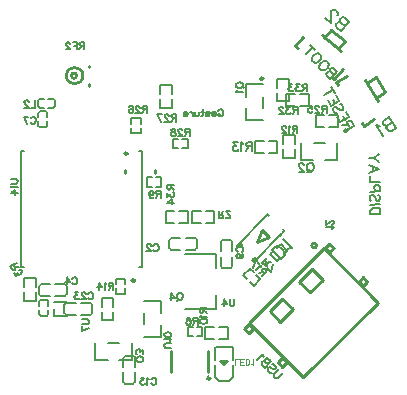
<source format=gbo>
G04 Layer: BottomSilkscreenLayer*
G04 EasyEDA v6.5.22, 2023-02-04 18:08:32*
G04 803b958340a141a7ad8343e076188523,c17a8ced473b4d519dda31697e0e54b6,10*
G04 Gerber Generator version 0.2*
G04 Scale: 100 percent, Rotated: No, Reflected: No *
G04 Dimensions in inches *
G04 leading zeros omitted , absolute positions ,3 integer and 6 decimal *
%FSLAX36Y36*%
%MOIN*%

%ADD10C,0.0060*%
%ADD11C,0.0050*%
%ADD12C,0.0039*%
%ADD13C,0.0100*%
%ADD14C,0.0059*%
%ADD15C,0.0060*%
%ADD16C,0.0098*%
%ADD17C,0.0111*%

%LPD*%
D10*
X513073Y446773D02*
G01*
X489449Y423149D01*
X513073Y446773D02*
G01*
X502948Y456897D01*
X498449Y459148D01*
X496199Y459148D01*
X492825Y458022D01*
X490574Y455772D01*
X489449Y452397D01*
X489449Y450148D01*
X491700Y445648D01*
X501823Y435523D02*
G01*
X491700Y445648D01*
X487200Y447898D01*
X484949Y447898D01*
X481575Y446773D01*
X478200Y443398D01*
X477075Y440023D01*
X477075Y437773D01*
X479324Y433273D01*
X489449Y423149D01*
X483149Y476696D02*
G01*
X484274Y473321D01*
X484274Y468822D01*
X483149Y465447D01*
X480900Y460947D01*
X475276Y455322D01*
X470775Y453072D01*
X467400Y451947D01*
X462901Y451947D01*
X459525Y453072D01*
X455027Y457572D01*
X453901Y460947D01*
X453901Y465447D01*
X455027Y468822D01*
X457277Y473321D01*
X462901Y478946D01*
X467400Y481196D01*
X470775Y482321D01*
X475276Y482321D01*
X478649Y481196D01*
X483149Y476696D01*
X457727Y502120D02*
G01*
X458851Y498745D01*
X458851Y494245D01*
X457727Y490870D01*
X455477Y486371D01*
X449852Y480746D01*
X445352Y478496D01*
X441976Y477371D01*
X437478Y477371D01*
X434103Y478496D01*
X429602Y482996D01*
X428478Y486371D01*
X428478Y490870D01*
X429602Y494245D01*
X431853Y498745D01*
X437478Y504370D01*
X441976Y506621D01*
X445352Y507745D01*
X449852Y507745D01*
X453226Y506621D01*
X457727Y502120D01*
X431177Y528669D02*
G01*
X407554Y505045D01*
X439053Y520794D02*
G01*
X423302Y536543D01*
X568337Y266810D02*
G01*
X539404Y250106D01*
X568337Y266810D02*
G01*
X561177Y279210D01*
X557413Y282548D01*
X555240Y283130D01*
X551689Y282917D01*
X548933Y281326D01*
X546974Y278357D01*
X546391Y276184D01*
X547400Y271255D01*
X554560Y258856D01*
X548991Y268500D02*
G01*
X528267Y269394D01*
X551950Y295192D02*
G01*
X523018Y278488D01*
X551950Y295192D02*
G01*
X541610Y313103D01*
X538172Y287238D02*
G01*
X531810Y298260D01*
X523018Y278488D02*
G01*
X512677Y296399D01*
X521090Y339099D02*
G01*
X525437Y337934D01*
X529201Y334596D01*
X532382Y329085D01*
X533391Y324157D01*
X532227Y319810D01*
X529471Y318219D01*
X525919Y318006D01*
X523747Y318588D01*
X520778Y320548D01*
X513249Y327224D01*
X510281Y329184D01*
X508108Y329766D01*
X504557Y329553D01*
X500424Y327167D01*
X499259Y322820D01*
X500267Y317892D01*
X503450Y312381D01*
X507214Y309043D01*
X511559Y307878D01*
X519974Y350578D02*
G01*
X491041Y333874D01*
X519974Y350578D02*
G01*
X509633Y368489D01*
X506195Y342624D02*
G01*
X499831Y353646D01*
X491041Y333874D02*
G01*
X480699Y351785D01*
X498815Y387228D02*
G01*
X469881Y370522D01*
X504382Y377583D02*
G01*
X493247Y396871D01*
D11*
X496581Y-77400D02*
G01*
X497718Y-75127D01*
X501126Y-71718D01*
X477264Y-71718D01*
X495444Y-63082D02*
G01*
X496581Y-63082D01*
X498855Y-61945D01*
X499991Y-60809D01*
X501126Y-58536D01*
X501126Y-53991D01*
X499991Y-51718D01*
X498855Y-50582D01*
X496581Y-49445D01*
X494309Y-49445D01*
X492035Y-50582D01*
X488626Y-52855D01*
X477264Y-64218D01*
X477264Y-48309D01*
D10*
X656313Y-27983D02*
G01*
X622908Y-28566D01*
X656313Y-27983D02*
G01*
X656117Y-16849D01*
X654444Y-12105D01*
X651207Y-8979D01*
X647997Y-7444D01*
X643199Y-5936D01*
X635245Y-6075D01*
X630501Y-7750D01*
X627346Y-9396D01*
X624221Y-12632D01*
X622713Y-17432D01*
X622908Y-28566D01*
X655740Y4783D02*
G01*
X622336Y4200D01*
X650397Y37468D02*
G01*
X653632Y34342D01*
X655308Y29597D01*
X655419Y23235D01*
X653910Y18435D01*
X650785Y15198D01*
X647604Y15142D01*
X644395Y16678D01*
X642776Y18242D01*
X641131Y21394D01*
X637782Y30883D01*
X636135Y34036D01*
X634517Y35599D01*
X631309Y37134D01*
X626536Y37051D01*
X623410Y33814D01*
X621904Y29014D01*
X622015Y22652D01*
X623689Y17907D01*
X626926Y14782D01*
X654985Y48050D02*
G01*
X621581Y47466D01*
X654985Y48050D02*
G01*
X654736Y62365D01*
X653061Y67109D01*
X651442Y68673D01*
X648235Y70208D01*
X643461Y70124D01*
X640308Y68478D01*
X638746Y66860D01*
X637238Y62059D01*
X637488Y47744D01*
X654413Y80817D02*
G01*
X621009Y80234D01*
X621009Y80234D02*
G01*
X620676Y99322D01*
X653675Y123129D02*
G01*
X620493Y109820D01*
X653675Y123129D02*
G01*
X620048Y135271D01*
X631544Y114787D02*
G01*
X631266Y130693D01*
X653269Y146352D02*
G01*
X637141Y158800D01*
X619643Y158496D01*
X652825Y171803D02*
G01*
X637141Y158800D01*
D11*
X116154Y316144D02*
G01*
X117291Y318417D01*
X119564Y320690D01*
X121836Y321826D01*
X126382Y321826D01*
X128654Y320690D01*
X130927Y318417D01*
X132064Y316144D01*
X133199Y312735D01*
X133199Y307054D01*
X132064Y303644D01*
X130927Y301372D01*
X128654Y299099D01*
X126382Y297963D01*
X121836Y297963D01*
X119564Y299099D01*
X117291Y301372D01*
X116154Y303644D01*
X116154Y307054D01*
X121836Y307054D02*
G01*
X116154Y307054D01*
X108654Y307054D02*
G01*
X95018Y307054D01*
X95018Y309326D01*
X96154Y311599D01*
X97291Y312735D01*
X99564Y313872D01*
X102973Y313872D01*
X105245Y312735D01*
X107518Y310463D01*
X108654Y307054D01*
X108654Y304782D01*
X107518Y301372D01*
X105245Y299099D01*
X102973Y297963D01*
X99564Y297963D01*
X97291Y299099D01*
X95018Y301372D01*
X75018Y310463D02*
G01*
X76154Y312735D01*
X79564Y313872D01*
X82973Y313872D01*
X86382Y312735D01*
X87518Y310463D01*
X86382Y308190D01*
X84108Y307054D01*
X78427Y305917D01*
X76154Y304782D01*
X75018Y302509D01*
X75018Y301372D01*
X76154Y299099D01*
X79564Y297963D01*
X82973Y297963D01*
X86382Y299099D01*
X87518Y301372D01*
X64108Y321826D02*
G01*
X64108Y302509D01*
X62973Y299099D01*
X60699Y297963D01*
X58427Y297963D01*
X67518Y313872D02*
G01*
X59564Y313872D01*
X50927Y313872D02*
G01*
X50927Y302509D01*
X49791Y299099D01*
X47518Y297963D01*
X44108Y297963D01*
X41836Y299099D01*
X38427Y302509D01*
X38427Y313872D02*
G01*
X38427Y297963D01*
X30927Y313872D02*
G01*
X30927Y297963D01*
X30927Y307054D02*
G01*
X29791Y310463D01*
X27518Y312735D01*
X25245Y313872D01*
X21836Y313872D01*
X14336Y307054D02*
G01*
X699Y307054D01*
X699Y309326D01*
X1836Y311599D01*
X2973Y312735D01*
X5245Y313872D01*
X8654Y313872D01*
X10927Y312735D01*
X13199Y310463D01*
X14336Y307054D01*
X14336Y304782D01*
X13199Y301372D01*
X10927Y299099D01*
X8654Y297963D01*
X5245Y297963D01*
X2973Y299099D01*
X699Y301372D01*
D10*
X686851Y295865D02*
G01*
X709584Y259484D01*
X686851Y295865D02*
G01*
X671247Y286115D01*
X667133Y281186D01*
X666466Y278292D01*
X666943Y273756D01*
X669116Y270280D01*
X672983Y267862D01*
X675824Y267278D01*
X682057Y268815D01*
X697660Y278565D02*
G01*
X682057Y268815D01*
X677997Y263802D01*
X677277Y260993D01*
X677753Y256455D01*
X681036Y251198D01*
X684907Y248781D01*
X687748Y248197D01*
X693981Y249733D01*
X709584Y259484D01*
X655493Y266603D02*
G01*
X650905Y266210D01*
X642412Y268097D01*
X665147Y231716D01*
X553662Y613898D02*
G01*
X526087Y581036D01*
X553662Y613898D02*
G01*
X539567Y625725D01*
X533609Y628116D01*
X530650Y627856D01*
X526484Y626000D01*
X523849Y622860D01*
X522745Y618433D01*
X523068Y615552D01*
X526454Y610099D01*
X540551Y598271D02*
G01*
X526454Y610099D01*
X520433Y612411D01*
X517538Y612229D01*
X513370Y610373D01*
X509385Y605623D01*
X508281Y601197D01*
X508605Y598315D01*
X511993Y592863D01*
X526087Y581036D01*
X513248Y634496D02*
G01*
X514534Y636028D01*
X515636Y640454D01*
X515378Y643413D01*
X513523Y647581D01*
X507318Y652787D01*
X502892Y653890D01*
X499933Y653632D01*
X495766Y651776D01*
X493130Y648636D01*
X492025Y644209D01*
X491246Y636900D01*
X493837Y608098D01*
X471851Y626544D01*
D11*
X-330399Y545426D02*
G01*
X-330399Y521563D01*
X-330399Y545426D02*
G01*
X-340627Y545426D01*
X-344035Y544290D01*
X-345172Y543154D01*
X-346309Y540881D01*
X-346309Y538608D01*
X-345172Y536335D01*
X-344035Y535199D01*
X-340627Y534063D01*
X-330399Y534063D01*
X-338355Y534063D02*
G01*
X-346309Y521563D01*
X-353809Y545426D02*
G01*
X-353809Y521563D01*
X-353809Y545426D02*
G01*
X-368581Y545426D01*
X-353809Y534063D02*
G01*
X-362899Y534063D01*
X-377218Y539744D02*
G01*
X-377218Y540881D01*
X-378355Y543154D01*
X-379490Y544290D01*
X-381764Y545426D01*
X-386309Y545426D01*
X-388581Y544290D01*
X-389718Y543154D01*
X-390855Y540881D01*
X-390855Y538608D01*
X-389718Y536335D01*
X-387444Y532926D01*
X-376081Y521563D01*
X-391990Y521563D01*
X-575527Y90099D02*
G01*
X-558482Y90099D01*
X-555073Y88963D01*
X-552799Y86690D01*
X-551664Y83281D01*
X-551664Y81008D01*
X-552799Y77599D01*
X-555073Y75326D01*
X-558482Y74190D01*
X-575527Y74190D01*
X-570982Y66690D02*
G01*
X-572118Y64417D01*
X-575527Y61008D01*
X-551664Y61008D01*
X-575527Y42144D02*
G01*
X-559618Y53508D01*
X-559618Y36463D01*
X-575527Y42144D02*
G01*
X-551664Y42144D01*
D12*
X173540Y-529604D02*
G01*
X173540Y-510814D01*
X173540Y-510814D02*
G01*
X184277Y-510814D01*
X190182Y-529604D02*
G01*
X190182Y-510814D01*
X190182Y-529604D02*
G01*
X201814Y-529604D01*
X190182Y-520656D02*
G01*
X197340Y-520656D01*
X190182Y-510814D02*
G01*
X201814Y-510814D01*
X207719Y-529604D02*
G01*
X207719Y-510814D01*
X207719Y-529604D02*
G01*
X213984Y-529604D01*
X216667Y-528709D01*
X218458Y-526920D01*
X219351Y-525130D01*
X220246Y-522445D01*
X220246Y-517972D01*
X219351Y-515288D01*
X218458Y-513498D01*
X216667Y-511708D01*
X213984Y-510814D01*
X207719Y-510814D01*
X226153Y-526025D02*
G01*
X227942Y-526920D01*
X230626Y-529604D01*
X230626Y-510814D01*
D11*
X331405Y-558694D02*
G01*
X316943Y-573157D01*
X313086Y-575086D01*
X309229Y-575086D01*
X305371Y-573157D01*
X303442Y-571229D01*
X301514Y-567372D01*
X301514Y-563515D01*
X303442Y-559658D01*
X317907Y-545195D01*
X295150Y-528224D02*
G01*
X299008Y-528224D01*
X302865Y-530153D01*
X306721Y-534009D01*
X308649Y-537866D01*
X308649Y-541723D01*
X306721Y-543652D01*
X303828Y-544616D01*
X301899Y-544616D01*
X299008Y-543652D01*
X291293Y-539795D01*
X288401Y-538831D01*
X286472Y-538831D01*
X283580Y-539795D01*
X280686Y-542688D01*
X280686Y-546545D01*
X282615Y-550402D01*
X286472Y-554257D01*
X290330Y-556186D01*
X294187Y-556186D01*
X291679Y-518967D02*
G01*
X271431Y-539216D01*
X291679Y-518967D02*
G01*
X283001Y-510289D01*
X279143Y-508360D01*
X277215Y-508360D01*
X274323Y-509325D01*
X272394Y-511254D01*
X271431Y-514146D01*
X271431Y-516075D01*
X273359Y-519932D01*
X282037Y-528610D02*
G01*
X273359Y-519932D01*
X269502Y-518003D01*
X267574Y-518003D01*
X264681Y-518967D01*
X261787Y-521860D01*
X260824Y-524753D01*
X260824Y-526681D01*
X262752Y-530538D01*
X271431Y-539216D01*
X267959Y-502961D02*
G01*
X266994Y-500068D01*
X266994Y-494283D01*
X246746Y-514532D01*
X181854Y-153345D02*
G01*
X179582Y-152209D01*
X177309Y-149936D01*
X176172Y-147664D01*
X176172Y-143118D01*
X177309Y-140845D01*
X179582Y-138573D01*
X181854Y-137436D01*
X185263Y-136300D01*
X190945Y-136300D01*
X194354Y-137436D01*
X196626Y-138573D01*
X198900Y-140845D01*
X200036Y-143118D01*
X200036Y-147664D01*
X198900Y-149936D01*
X196626Y-152209D01*
X194354Y-153345D01*
X184126Y-175618D02*
G01*
X187536Y-174482D01*
X189809Y-172209D01*
X190945Y-168800D01*
X190945Y-167664D01*
X189809Y-164255D01*
X187536Y-161982D01*
X184126Y-160845D01*
X182991Y-160845D01*
X179582Y-161982D01*
X177309Y-164255D01*
X176172Y-167664D01*
X176172Y-168800D01*
X177309Y-172209D01*
X179582Y-174482D01*
X184126Y-175618D01*
X189809Y-175618D01*
X195491Y-174482D01*
X198900Y-172209D01*
X200036Y-168800D01*
X200036Y-166527D01*
X198900Y-163118D01*
X196626Y-161982D01*
X-75000Y50326D02*
G01*
X-75000Y26463D01*
X-75000Y50326D02*
G01*
X-85226Y50326D01*
X-88635Y49190D01*
X-89772Y48054D01*
X-90909Y45781D01*
X-90909Y43508D01*
X-89772Y41235D01*
X-88635Y40099D01*
X-85226Y38963D01*
X-75000Y38963D01*
X-82955Y38963D02*
G01*
X-90909Y26463D01*
X-113181Y42372D02*
G01*
X-112044Y38963D01*
X-109772Y36690D01*
X-106364Y35554D01*
X-105226Y35554D01*
X-101818Y36690D01*
X-99544Y38963D01*
X-98409Y42372D01*
X-98409Y43508D01*
X-99544Y46917D01*
X-101818Y49190D01*
X-105226Y50326D01*
X-106364Y50326D01*
X-109772Y49190D01*
X-112044Y46917D01*
X-113181Y42372D01*
X-113181Y36690D01*
X-112044Y31008D01*
X-109772Y27599D01*
X-106364Y26463D01*
X-104090Y26463D01*
X-100681Y27599D01*
X-99544Y29872D01*
X380000Y266526D02*
G01*
X380000Y242663D01*
X380000Y266526D02*
G01*
X369773Y266526D01*
X366364Y265390D01*
X365227Y264254D01*
X364090Y261981D01*
X364090Y259708D01*
X365227Y257435D01*
X366364Y256299D01*
X369773Y255163D01*
X380000Y255163D01*
X372044Y255163D02*
G01*
X364090Y242663D01*
X356590Y261981D02*
G01*
X354318Y263117D01*
X350909Y266526D01*
X350909Y242663D01*
X342273Y260844D02*
G01*
X342273Y261981D01*
X341135Y264254D01*
X340000Y265390D01*
X337727Y266526D01*
X333181Y266526D01*
X330909Y265390D01*
X329773Y264254D01*
X328635Y261981D01*
X328635Y259708D01*
X329773Y257435D01*
X332044Y254026D01*
X343409Y242663D01*
X327500Y242663D01*
X228400Y211472D02*
G01*
X228400Y182835D01*
X228400Y211472D02*
G01*
X216126Y211472D01*
X212035Y210108D01*
X210672Y208744D01*
X209309Y206017D01*
X209309Y203290D01*
X210672Y200563D01*
X212035Y199199D01*
X216126Y197835D01*
X228400Y197835D01*
X218855Y197835D02*
G01*
X209309Y182835D01*
X200308Y206017D02*
G01*
X197582Y207381D01*
X193491Y211472D01*
X193491Y182835D01*
X181764Y211472D02*
G01*
X166764Y211472D01*
X174944Y200563D01*
X170855Y200563D01*
X168127Y199199D01*
X166764Y197835D01*
X165399Y193744D01*
X165399Y191017D01*
X166764Y186926D01*
X169490Y184199D01*
X173581Y182835D01*
X177673Y182835D01*
X181764Y184199D01*
X183127Y185563D01*
X184490Y188290D01*
X477350Y334278D02*
G01*
X477350Y310416D01*
X477350Y334278D02*
G01*
X467124Y334278D01*
X463715Y333143D01*
X462578Y332006D01*
X461441Y329733D01*
X461441Y327460D01*
X462578Y325187D01*
X463715Y324051D01*
X467124Y322916D01*
X477350Y322916D01*
X469395Y322916D02*
G01*
X461441Y310416D01*
X452806Y328596D02*
G01*
X452806Y329733D01*
X451669Y332006D01*
X450533Y333143D01*
X448260Y334278D01*
X443715Y334278D01*
X441441Y333143D01*
X440306Y332006D01*
X439169Y329733D01*
X439169Y327460D01*
X440306Y325187D01*
X442578Y321778D01*
X453941Y310416D01*
X438033Y310416D01*
X416895Y334278D02*
G01*
X428260Y334278D01*
X429395Y324051D01*
X428260Y325187D01*
X424850Y326324D01*
X421441Y326324D01*
X418033Y325187D01*
X415760Y322916D01*
X414624Y319506D01*
X414624Y317233D01*
X415760Y313824D01*
X418033Y311551D01*
X421441Y310416D01*
X424850Y310416D01*
X428260Y311551D01*
X429395Y312687D01*
X430533Y314960D01*
X-120600Y332527D02*
G01*
X-120600Y308663D01*
X-120600Y332527D02*
G01*
X-130826Y332527D01*
X-134236Y331390D01*
X-135372Y330254D01*
X-136508Y327981D01*
X-136508Y325708D01*
X-135372Y323435D01*
X-134236Y322300D01*
X-130826Y321163D01*
X-120600Y321163D01*
X-128554Y321163D02*
G01*
X-136508Y308663D01*
X-145145Y326844D02*
G01*
X-145145Y327981D01*
X-146282Y330254D01*
X-147417Y331390D01*
X-149691Y332527D01*
X-154236Y332527D01*
X-156508Y331390D01*
X-157645Y330254D01*
X-158782Y327981D01*
X-158782Y325708D01*
X-157645Y323435D01*
X-155372Y320027D01*
X-144008Y308663D01*
X-159917Y308663D01*
X-181054Y329117D02*
G01*
X-179917Y331390D01*
X-176508Y332527D01*
X-174236Y332527D01*
X-170826Y331390D01*
X-168554Y327981D01*
X-167417Y322300D01*
X-167417Y316617D01*
X-168554Y312072D01*
X-170826Y309800D01*
X-174236Y308663D01*
X-175372Y308663D01*
X-178782Y309800D01*
X-181054Y312072D01*
X-182191Y315481D01*
X-182191Y316617D01*
X-181054Y320027D01*
X-178782Y322300D01*
X-175372Y323435D01*
X-174236Y323435D01*
X-170826Y322300D01*
X-168554Y320027D01*
X-167417Y316617D01*
X-24499Y304726D02*
G01*
X-24499Y280863D01*
X-24499Y304726D02*
G01*
X-34727Y304726D01*
X-38136Y303590D01*
X-39273Y302454D01*
X-40408Y300181D01*
X-40408Y297908D01*
X-39273Y295635D01*
X-38136Y294499D01*
X-34727Y293363D01*
X-24499Y293363D01*
X-32454Y293363D02*
G01*
X-40408Y280863D01*
X-49044Y299044D02*
G01*
X-49044Y300181D01*
X-50181Y302454D01*
X-51318Y303590D01*
X-53590Y304726D01*
X-58136Y304726D01*
X-60408Y303590D01*
X-61544Y302454D01*
X-62681Y300181D01*
X-62681Y297908D01*
X-61544Y295635D01*
X-59273Y292226D01*
X-47908Y280863D01*
X-63818Y280863D01*
X-87227Y304726D02*
G01*
X-75864Y280863D01*
X-71318Y304726D02*
G01*
X-87227Y304726D01*
X21400Y256726D02*
G01*
X21400Y232863D01*
X21400Y256726D02*
G01*
X11172Y256726D01*
X7763Y255590D01*
X6626Y254454D01*
X5491Y252181D01*
X5491Y249908D01*
X6626Y247635D01*
X7763Y246499D01*
X11172Y245363D01*
X21400Y245363D01*
X13445Y245363D02*
G01*
X5491Y232863D01*
X-3145Y251044D02*
G01*
X-3145Y252181D01*
X-4282Y254454D01*
X-5417Y255590D01*
X-7690Y256726D01*
X-12236Y256726D01*
X-14508Y255590D01*
X-15645Y254454D01*
X-16782Y252181D01*
X-16782Y249908D01*
X-15645Y247635D01*
X-13373Y244226D01*
X-2008Y232863D01*
X-17917Y232863D01*
X-31099Y256726D02*
G01*
X-27690Y255590D01*
X-26554Y253317D01*
X-26554Y251044D01*
X-27690Y248772D01*
X-29963Y247635D01*
X-34508Y246499D01*
X-37917Y245363D01*
X-40190Y243090D01*
X-41327Y240817D01*
X-41327Y237408D01*
X-40190Y235135D01*
X-39054Y233999D01*
X-35645Y232863D01*
X-31099Y232863D01*
X-27690Y233999D01*
X-26554Y235135D01*
X-25417Y237408D01*
X-25417Y240817D01*
X-26554Y243090D01*
X-28827Y245363D01*
X-32236Y246499D01*
X-36782Y247635D01*
X-39054Y248772D01*
X-40190Y251044D01*
X-40190Y253317D01*
X-39054Y255590D01*
X-35645Y256726D01*
X-31099Y256726D01*
X381599Y330226D02*
G01*
X381599Y306363D01*
X381599Y330226D02*
G01*
X371373Y330226D01*
X367964Y329090D01*
X366827Y327954D01*
X365690Y325681D01*
X365690Y323408D01*
X366827Y321135D01*
X367964Y320000D01*
X371373Y318863D01*
X381599Y318863D01*
X373644Y318863D02*
G01*
X365690Y306363D01*
X355918Y330226D02*
G01*
X343418Y330226D01*
X350236Y321135D01*
X346827Y321135D01*
X344555Y320000D01*
X343418Y318863D01*
X342282Y315454D01*
X342282Y313181D01*
X343418Y309773D01*
X345690Y307500D01*
X349099Y306363D01*
X352509Y306363D01*
X355918Y307500D01*
X357055Y308635D01*
X358190Y310908D01*
X333644Y324544D02*
G01*
X333644Y325681D01*
X332509Y327954D01*
X331373Y329090D01*
X329099Y330226D01*
X324555Y330226D01*
X322282Y329090D01*
X321144Y327954D01*
X320009Y325681D01*
X320009Y323408D01*
X321144Y321135D01*
X323418Y317726D01*
X334782Y306363D01*
X318873Y306363D01*
X-53777Y69149D02*
G01*
X-29913Y69149D01*
X-53777Y69149D02*
G01*
X-53777Y58922D01*
X-52641Y55513D01*
X-51504Y54376D01*
X-49232Y53240D01*
X-46958Y53240D01*
X-44686Y54376D01*
X-43549Y55513D01*
X-42413Y58922D01*
X-42413Y69149D01*
X-42413Y61194D02*
G01*
X-29913Y53240D01*
X-53777Y43467D02*
G01*
X-53777Y30967D01*
X-44686Y37785D01*
X-44686Y34376D01*
X-43549Y32104D01*
X-42413Y30967D01*
X-39004Y29831D01*
X-36732Y29831D01*
X-33323Y30967D01*
X-31049Y33240D01*
X-29913Y36649D01*
X-29913Y40058D01*
X-31049Y43467D01*
X-32186Y44604D01*
X-34458Y45740D01*
X-53777Y10967D02*
G01*
X-37867Y22331D01*
X-37867Y5285D01*
X-53777Y10967D02*
G01*
X-29913Y10967D01*
X54912Y-340240D02*
G01*
X78775Y-340240D01*
X54912Y-340240D02*
G01*
X54912Y-350467D01*
X56049Y-353876D01*
X57184Y-355013D01*
X59458Y-356149D01*
X61730Y-356149D01*
X64004Y-355013D01*
X65140Y-353876D01*
X66275Y-350467D01*
X66275Y-340240D01*
X66275Y-348195D02*
G01*
X78775Y-356149D01*
X59458Y-363649D02*
G01*
X58321Y-365922D01*
X54912Y-369331D01*
X78775Y-369331D01*
X54912Y-383649D02*
G01*
X56049Y-380240D01*
X59458Y-377967D01*
X65140Y-376831D01*
X68549Y-376831D01*
X74230Y-377967D01*
X77640Y-380240D01*
X78775Y-383649D01*
X78775Y-385922D01*
X77640Y-389331D01*
X74230Y-391604D01*
X68549Y-392740D01*
X65140Y-392740D01*
X59458Y-391604D01*
X56049Y-389331D01*
X54912Y-385922D01*
X54912Y-383649D01*
X412979Y405296D02*
G01*
X412979Y381433D01*
X412979Y405296D02*
G01*
X402753Y405296D01*
X399344Y404160D01*
X398207Y403024D01*
X397070Y400751D01*
X397070Y398478D01*
X398207Y396205D01*
X399344Y395069D01*
X402753Y393933D01*
X412979Y393933D01*
X405024Y393933D02*
G01*
X397070Y381433D01*
X387298Y405296D02*
G01*
X374798Y405296D01*
X381616Y396205D01*
X378207Y396205D01*
X375934Y395069D01*
X374798Y393933D01*
X373662Y390524D01*
X373662Y388251D01*
X374798Y384842D01*
X377070Y382569D01*
X380479Y381433D01*
X383888Y381433D01*
X387298Y382569D01*
X388434Y383705D01*
X389570Y385978D01*
X363888Y405296D02*
G01*
X351388Y405296D01*
X358207Y396205D01*
X354798Y396205D01*
X352524Y395069D01*
X351388Y393933D01*
X350253Y390524D01*
X350253Y388251D01*
X351388Y384842D01*
X353662Y382569D01*
X357070Y381433D01*
X360479Y381433D01*
X363888Y382569D01*
X365024Y383705D01*
X366162Y385978D01*
X-576247Y-202214D02*
G01*
X-555581Y-190282D01*
X-576247Y-202214D02*
G01*
X-571134Y-211071D01*
X-568445Y-213455D01*
X-566893Y-213871D01*
X-564355Y-213719D01*
X-562388Y-212582D01*
X-560987Y-210462D01*
X-560572Y-208909D01*
X-561292Y-205389D01*
X-566405Y-196532D01*
X-562429Y-203421D02*
G01*
X-547626Y-204059D01*
X-563406Y-224455D02*
G01*
X-557156Y-235280D01*
X-552692Y-224830D01*
X-550987Y-227782D01*
X-548868Y-229182D01*
X-547314Y-229598D01*
X-543795Y-228878D01*
X-541827Y-227741D01*
X-539441Y-225053D01*
X-538611Y-221948D01*
X-539331Y-218428D01*
X-541035Y-215475D01*
X-543724Y-213091D01*
X-545276Y-212675D01*
X-547812Y-212827D01*
D10*
X-389200Y-368200D02*
G01*
X-432100Y-368200D01*
X-432100Y-368200D02*
G01*
X-432100Y-343700D01*
X-397399Y-330199D02*
G01*
X-395299Y-326100D01*
X-389200Y-319900D01*
X-432100Y-319900D01*
D11*
X-493599Y351426D02*
G01*
X-493599Y327563D01*
X-493599Y327563D02*
G01*
X-507236Y327563D01*
X-515873Y345744D02*
G01*
X-515873Y346881D01*
X-517008Y349154D01*
X-518145Y350290D01*
X-520417Y351426D01*
X-524964Y351426D01*
X-527236Y350290D01*
X-528373Y349154D01*
X-529508Y346881D01*
X-529508Y344608D01*
X-528373Y342335D01*
X-526099Y338926D01*
X-514736Y327563D01*
X-530645Y327563D01*
X-232899Y-256273D02*
G01*
X-232899Y-280136D01*
X-232899Y-256273D02*
G01*
X-243127Y-256273D01*
X-246535Y-257409D01*
X-247672Y-258545D01*
X-248809Y-260818D01*
X-248809Y-263091D01*
X-247672Y-265364D01*
X-246535Y-266500D01*
X-243127Y-267636D01*
X-232899Y-267636D01*
X-240855Y-267636D02*
G01*
X-248809Y-280136D01*
X-256309Y-260818D02*
G01*
X-258581Y-259682D01*
X-261990Y-256273D01*
X-261990Y-280136D01*
X-280855Y-256273D02*
G01*
X-269490Y-272182D01*
X-286535Y-272182D01*
X-280855Y-256273D02*
G01*
X-280855Y-280136D01*
X263562Y-191738D02*
G01*
X280435Y-174864D01*
X263562Y-191738D02*
G01*
X270793Y-198970D01*
X274008Y-200577D01*
X275614Y-200577D01*
X278024Y-199774D01*
X279632Y-198167D01*
X280435Y-195756D01*
X280435Y-194149D01*
X278828Y-190935D01*
X271597Y-183703D01*
X277222Y-189328D02*
G01*
X291684Y-186114D01*
X291364Y-219541D02*
G01*
X300203Y-194631D01*
X280114Y-208291D02*
G01*
X291364Y-219541D01*
X279238Y-218462D02*
G01*
X262363Y-235336D01*
X279238Y-218462D02*
G01*
X272007Y-211230D01*
X268792Y-209623D01*
X267184Y-209623D01*
X264774Y-210426D01*
X263167Y-212033D01*
X262363Y-214444D01*
X262363Y-216051D01*
X263971Y-219265D01*
X271203Y-226497D01*
X265578Y-220872D02*
G01*
X251114Y-224086D01*
X259471Y-205123D02*
G01*
X258667Y-202712D01*
X258667Y-197891D01*
X241793Y-214765D01*
X242115Y-181339D02*
G01*
X233275Y-206248D01*
X253365Y-192588D02*
G01*
X242115Y-181339D01*
X117280Y-41667D02*
G01*
X117280Y-17804D01*
X117280Y-41667D02*
G01*
X127506Y-41667D01*
X130915Y-40531D01*
X132052Y-39395D01*
X133189Y-37122D01*
X133189Y-34849D01*
X132052Y-32576D01*
X130915Y-31440D01*
X127506Y-30304D01*
X117280Y-30304D01*
X125235Y-30304D02*
G01*
X133189Y-17804D01*
X141824Y-35985D02*
G01*
X141824Y-37122D01*
X142961Y-39395D01*
X144098Y-40531D01*
X146370Y-41667D01*
X150915Y-41667D01*
X153189Y-40531D01*
X154324Y-39395D01*
X155461Y-37122D01*
X155461Y-34849D01*
X154324Y-32576D01*
X152052Y-29167D01*
X140689Y-17804D01*
X156598Y-17804D01*
X425857Y142432D02*
G01*
X428585Y141068D01*
X431313Y138341D01*
X432676Y135614D01*
X434040Y131523D01*
X434040Y124704D01*
X432676Y120614D01*
X431313Y117886D01*
X428585Y115159D01*
X425857Y113795D01*
X420403Y113795D01*
X417676Y115159D01*
X414948Y117886D01*
X413585Y120614D01*
X412222Y124704D01*
X412222Y131523D01*
X413585Y135614D01*
X414948Y138341D01*
X417676Y141068D01*
X420403Y142432D01*
X425857Y142432D01*
X421766Y119250D02*
G01*
X413585Y111068D01*
X401858Y135614D02*
G01*
X401858Y136977D01*
X400495Y139704D01*
X399130Y141068D01*
X396404Y142432D01*
X390949Y142432D01*
X388221Y141068D01*
X386858Y139704D01*
X385495Y136977D01*
X385495Y134250D01*
X386858Y131523D01*
X389584Y127432D01*
X403221Y113795D01*
X384130Y113795D01*
X47669Y-373163D02*
G01*
X47669Y-397026D01*
X47669Y-373163D02*
G01*
X37443Y-373163D01*
X34034Y-374299D01*
X32897Y-375435D01*
X31760Y-377708D01*
X31760Y-379981D01*
X32897Y-382254D01*
X34034Y-383390D01*
X37443Y-384526D01*
X47669Y-384526D01*
X39714Y-384526D02*
G01*
X31760Y-397026D01*
X10625Y-376572D02*
G01*
X11760Y-374299D01*
X15169Y-373163D01*
X17443Y-373163D01*
X20852Y-374299D01*
X23125Y-377708D01*
X24260Y-383390D01*
X24260Y-389072D01*
X23125Y-393617D01*
X20852Y-395890D01*
X17443Y-397026D01*
X16306Y-397026D01*
X12897Y-395890D01*
X10625Y-393617D01*
X9488Y-390208D01*
X9488Y-389072D01*
X10625Y-385663D01*
X12897Y-383390D01*
X16306Y-382254D01*
X17443Y-382254D01*
X20852Y-383390D01*
X23125Y-385663D01*
X24260Y-389072D01*
X-99544Y-133355D02*
G01*
X-98409Y-131082D01*
X-96135Y-128809D01*
X-93864Y-127673D01*
X-89318Y-127673D01*
X-87044Y-128809D01*
X-84772Y-131082D01*
X-83635Y-133355D01*
X-82500Y-136764D01*
X-82500Y-142445D01*
X-83635Y-145855D01*
X-84772Y-148127D01*
X-87044Y-150400D01*
X-89318Y-151536D01*
X-93864Y-151536D01*
X-96135Y-150400D01*
X-98409Y-148127D01*
X-99544Y-145855D01*
X-108181Y-133355D02*
G01*
X-108181Y-132218D01*
X-109318Y-129945D01*
X-110455Y-128809D01*
X-112726Y-127673D01*
X-117272Y-127673D01*
X-119544Y-128809D01*
X-120681Y-129945D01*
X-121818Y-132218D01*
X-121818Y-134491D01*
X-120681Y-136764D01*
X-118409Y-140173D01*
X-107044Y-151536D01*
X-122955Y-151536D01*
X-106544Y-578555D02*
G01*
X-105408Y-576282D01*
X-103136Y-574009D01*
X-100864Y-572873D01*
X-96318Y-572873D01*
X-94044Y-574009D01*
X-91773Y-576282D01*
X-90636Y-578555D01*
X-89499Y-581964D01*
X-89499Y-587645D01*
X-90636Y-591055D01*
X-91773Y-593327D01*
X-94044Y-595600D01*
X-96318Y-596736D01*
X-100864Y-596736D01*
X-103136Y-595600D01*
X-105408Y-593327D01*
X-106544Y-591055D01*
X-114044Y-577418D02*
G01*
X-116318Y-576282D01*
X-119727Y-572873D01*
X-119727Y-596736D01*
X-129499Y-572873D02*
G01*
X-141999Y-572873D01*
X-135181Y-581964D01*
X-138590Y-581964D01*
X-140864Y-583100D01*
X-141999Y-584236D01*
X-143136Y-587645D01*
X-143136Y-589918D01*
X-141999Y-593327D01*
X-139727Y-595600D01*
X-136318Y-596736D01*
X-132908Y-596736D01*
X-129499Y-595600D01*
X-128364Y-594464D01*
X-127227Y-592191D01*
X-39753Y-473970D02*
G01*
X-56797Y-473970D01*
X-60207Y-472834D01*
X-62479Y-470561D01*
X-63616Y-467152D01*
X-63616Y-464879D01*
X-62479Y-461470D01*
X-60207Y-459197D01*
X-56797Y-458061D01*
X-39753Y-458061D01*
X-44297Y-450561D02*
G01*
X-43162Y-448288D01*
X-39753Y-444879D01*
X-63616Y-444879D01*
X-39753Y-430561D02*
G01*
X-40888Y-433970D01*
X-44297Y-436243D01*
X-49979Y-437379D01*
X-53388Y-437379D01*
X-59071Y-436243D01*
X-62479Y-433970D01*
X-63616Y-430561D01*
X-63616Y-428288D01*
X-62479Y-424879D01*
X-59071Y-422606D01*
X-53388Y-421470D01*
X-49979Y-421470D01*
X-44297Y-422606D01*
X-40888Y-424879D01*
X-39753Y-428288D01*
X-39753Y-430561D01*
X175343Y404391D02*
G01*
X176478Y406664D01*
X178752Y408936D01*
X181024Y410073D01*
X184434Y411209D01*
X190114Y411209D01*
X193524Y410073D01*
X195797Y408936D01*
X198069Y406664D01*
X199206Y404391D01*
X199206Y399845D01*
X198069Y397573D01*
X195797Y395300D01*
X193524Y394164D01*
X190114Y393027D01*
X184434Y393027D01*
X181024Y394164D01*
X178752Y395300D01*
X176478Y397573D01*
X175343Y399845D01*
X175343Y404391D01*
X194660Y400982D02*
G01*
X201478Y394164D01*
X179888Y385527D02*
G01*
X178752Y383254D01*
X175343Y379845D01*
X199206Y379845D01*
X-508945Y291944D02*
G01*
X-507808Y294217D01*
X-505536Y296490D01*
X-503263Y297626D01*
X-498717Y297626D01*
X-496445Y296490D01*
X-494173Y294217D01*
X-493036Y291944D01*
X-491899Y288535D01*
X-491899Y282854D01*
X-493036Y279444D01*
X-494173Y277172D01*
X-496445Y274899D01*
X-498717Y273763D01*
X-503263Y273763D01*
X-505536Y274899D01*
X-507808Y277172D01*
X-508945Y279444D01*
X-532354Y297626D02*
G01*
X-520991Y273763D01*
X-516445Y297626D02*
G01*
X-532354Y297626D01*
X-370045Y-243755D02*
G01*
X-368909Y-241482D01*
X-366635Y-239209D01*
X-364363Y-238073D01*
X-359817Y-238073D01*
X-357545Y-239209D01*
X-355272Y-241482D01*
X-354135Y-243755D01*
X-353000Y-247164D01*
X-353000Y-252845D01*
X-354135Y-256255D01*
X-355272Y-258527D01*
X-357545Y-260800D01*
X-359817Y-261936D01*
X-364363Y-261936D01*
X-366635Y-260800D01*
X-368909Y-258527D01*
X-370045Y-256255D01*
X-388909Y-238073D02*
G01*
X-377545Y-253982D01*
X-394591Y-253982D01*
X-388909Y-238073D02*
G01*
X-388909Y-261936D01*
X170299Y-311173D02*
G01*
X170299Y-328218D01*
X169164Y-331627D01*
X166890Y-333900D01*
X163482Y-335036D01*
X161208Y-335036D01*
X157799Y-333900D01*
X155527Y-331627D01*
X154390Y-328218D01*
X154390Y-311173D01*
X135527Y-311173D02*
G01*
X146890Y-327082D01*
X129845Y-327082D01*
X135527Y-311173D02*
G01*
X135527Y-335036D01*
X-316445Y-293855D02*
G01*
X-315308Y-291582D01*
X-313036Y-289309D01*
X-310763Y-288173D01*
X-306217Y-288173D01*
X-303945Y-289309D01*
X-301673Y-291582D01*
X-300536Y-293855D01*
X-299399Y-297264D01*
X-299399Y-302945D01*
X-300536Y-306355D01*
X-301673Y-308627D01*
X-303945Y-310900D01*
X-306217Y-312036D01*
X-310763Y-312036D01*
X-313036Y-310900D01*
X-315308Y-308627D01*
X-316445Y-306355D01*
X-325082Y-293855D02*
G01*
X-325082Y-292717D01*
X-326217Y-290445D01*
X-327354Y-289309D01*
X-329627Y-288173D01*
X-334173Y-288173D01*
X-336445Y-289309D01*
X-337582Y-290445D01*
X-338717Y-292717D01*
X-338717Y-294991D01*
X-337582Y-297264D01*
X-335308Y-300673D01*
X-323945Y-312036D01*
X-339854Y-312036D01*
X-349627Y-288173D02*
G01*
X-362127Y-288173D01*
X-355308Y-297264D01*
X-358717Y-297264D01*
X-360991Y-298400D01*
X-362127Y-299536D01*
X-363263Y-302945D01*
X-363263Y-305217D01*
X-362127Y-308627D01*
X-359854Y-310900D01*
X-356445Y-312036D01*
X-353036Y-312036D01*
X-349627Y-310900D01*
X-348491Y-309764D01*
X-347354Y-307491D01*
D10*
X-134173Y-513582D02*
G01*
X-135308Y-515855D01*
X-137582Y-518127D01*
X-139854Y-519264D01*
X-143263Y-520400D01*
X-148945Y-520400D01*
X-152354Y-519264D01*
X-154627Y-518127D01*
X-156899Y-515855D01*
X-158036Y-513582D01*
X-158036Y-509036D01*
X-156899Y-506764D01*
X-154627Y-504491D01*
X-152354Y-503355D01*
X-148945Y-502218D01*
X-143263Y-502218D01*
X-139854Y-503355D01*
X-137582Y-504491D01*
X-135308Y-506764D01*
X-134173Y-509036D01*
X-134173Y-513582D01*
X-153491Y-510173D02*
G01*
X-160308Y-503355D01*
X-134173Y-492445D02*
G01*
X-134173Y-479945D01*
X-143263Y-486764D01*
X-143263Y-483355D01*
X-144399Y-481082D01*
X-145536Y-479945D01*
X-148945Y-478809D01*
X-151217Y-478809D01*
X-154627Y-479945D01*
X-156899Y-482218D01*
X-158036Y-485627D01*
X-158036Y-489036D01*
X-156899Y-492445D01*
X-155763Y-493582D01*
X-153491Y-494718D01*
X-9318Y-289873D02*
G01*
X-7044Y-291009D01*
X-4772Y-293282D01*
X-3635Y-295555D01*
X-2500Y-298964D01*
X-2500Y-304645D01*
X-3635Y-308055D01*
X-4772Y-310327D01*
X-7044Y-312600D01*
X-9318Y-313736D01*
X-13864Y-313736D01*
X-16135Y-312600D01*
X-18409Y-310327D01*
X-19544Y-308055D01*
X-20681Y-304645D01*
X-20681Y-298964D01*
X-19544Y-295555D01*
X-18409Y-293282D01*
X-16135Y-291009D01*
X-13864Y-289873D01*
X-9318Y-289873D01*
X-12726Y-309191D02*
G01*
X-19544Y-316009D01*
X-39544Y-289873D02*
G01*
X-28181Y-305782D01*
X-45226Y-305782D01*
X-39544Y-289873D02*
G01*
X-39544Y-313736D01*
X-337826Y-378600D02*
G01*
X-320781Y-378600D01*
X-317372Y-379736D01*
X-315100Y-382009D01*
X-313963Y-385418D01*
X-313963Y-387690D01*
X-315100Y-391100D01*
X-317372Y-393373D01*
X-320781Y-394509D01*
X-337826Y-394509D01*
X-337826Y-417918D02*
G01*
X-313963Y-406555D01*
X-337826Y-402009D02*
G01*
X-337826Y-417918D01*
X325174Y-178569D02*
G01*
X294314Y-148768D01*
X325174Y-178569D02*
G01*
X335108Y-168282D01*
X337977Y-162433D01*
X337806Y-156707D01*
X336315Y-152349D01*
X333244Y-146603D01*
X325907Y-139518D01*
X320129Y-136719D01*
X315721Y-135381D01*
X309993Y-135411D01*
X304248Y-138481D01*
X294314Y-148768D01*
X348521Y-142588D02*
G01*
X352880Y-141098D01*
X361575Y-140875D01*
X330715Y-111074D01*
D13*
X-95779Y110333D02*
G01*
X-95779Y117724D01*
X-195779Y110333D02*
G01*
X-195779Y117724D01*
X641700Y428235D02*
G01*
X612016Y409688D01*
X672993Y378153D02*
G01*
X643311Y359606D01*
X672993Y378153D02*
G01*
X641700Y428235D01*
X649443Y349795D02*
G01*
X605887Y419500D01*
X515812Y403245D02*
G01*
X510537Y411689D01*
X544459Y432884D01*
X636844Y290153D02*
G01*
X600623Y267519D01*
X595348Y275962D01*
X493104Y587665D02*
G01*
X470607Y560853D01*
X538344Y549705D02*
G01*
X515847Y522893D01*
X538344Y549705D02*
G01*
X493104Y587665D01*
X524709Y515457D02*
G01*
X461746Y568290D01*
X381102Y524997D02*
G01*
X373476Y531396D01*
X399188Y562039D01*
X531158Y454841D02*
G01*
X503703Y422123D01*
X496078Y428523D01*
X-313047Y400735D02*
G01*
X-313047Y404893D01*
X-313047Y462463D02*
G01*
X-313047Y466621D01*
D10*
X-146628Y-205523D02*
G01*
X-137663Y-205523D01*
X-137663Y-205523D01*
X-137663Y182366D01*
X-137663Y182366D01*
X-146628Y182366D01*
X-532335Y-205523D02*
G01*
X-541301Y-205523D01*
X-541301Y-205523D01*
X-541301Y182366D01*
X-541301Y182366D01*
X-532335Y182366D01*
D14*
X123190Y-515866D02*
G01*
X123190Y-516256D01*
X136184Y-529252D01*
X149963Y-515866D02*
G01*
X149570Y-515866D01*
X136184Y-529252D01*
X149963Y-515866D02*
G01*
X123190Y-515866D01*
X165712Y-515077D02*
G01*
X165712Y-469799D01*
X106652Y-515077D02*
G01*
X106652Y-469799D01*
X165711Y-469799D02*
G01*
X107444Y-469799D01*
X106562Y-530038D02*
G01*
X106562Y-571381D01*
X122314Y-583190D02*
G01*
X118377Y-583190D01*
X106562Y-571381D01*
X149871Y-583190D02*
G01*
X122314Y-583190D01*
X149871Y-583190D02*
G01*
X153814Y-583190D01*
X165622Y-571381D01*
X165622Y-530038D02*
G01*
X165622Y-571381D01*
X136184Y-515866D02*
G01*
X136184Y-529252D01*
D13*
X648437Y-322361D02*
G01*
X467480Y-141405D01*
X218599Y-390286D01*
X399556Y-571242D01*
X648437Y-322361D01*
X613060Y-253015D02*
G01*
X598918Y-238873D01*
X584776Y-253015D01*
X598918Y-267157D01*
X613060Y-253015D01*
X344351Y-521709D02*
G01*
X330209Y-507567D01*
X316068Y-521709D01*
X330209Y-535851D01*
X344351Y-521709D01*
X231922Y-409279D02*
G01*
X217780Y-395137D01*
X203638Y-409279D01*
X217780Y-423421D01*
X231922Y-409279D01*
X500622Y-140578D02*
G01*
X486481Y-126436D01*
X472339Y-140578D01*
X486481Y-154720D01*
X500622Y-140578D01*
X464567Y-245944D02*
G01*
X429211Y-210588D01*
X386786Y-253015D01*
X422141Y-288371D01*
X464567Y-245944D01*
X365573Y-344939D02*
G01*
X330217Y-309583D01*
X287790Y-352010D01*
X323145Y-387365D01*
X365573Y-344939D01*
D10*
X124570Y-200812D02*
G01*
X124570Y-169706D01*
X163829Y-169706D02*
G01*
X163829Y-200812D01*
X157830Y-206811D02*
G01*
X130569Y-206811D01*
X124570Y-120788D02*
G01*
X124570Y-151894D01*
X163829Y-151894D02*
G01*
X163829Y-120788D01*
X157830Y-114788D02*
G01*
X130569Y-114788D01*
X-104122Y63951D02*
G01*
X-122056Y63951D01*
X-122056Y94707D01*
X-104122Y94707D01*
X-91036Y63951D02*
G01*
X-73103Y63951D01*
X-73103Y94707D01*
X-91036Y94707D01*
X332390Y188323D02*
G01*
X332390Y160054D01*
X371649Y160054D01*
X371649Y188323D01*
X332390Y206135D02*
G01*
X332390Y234404D01*
X371649Y234404D01*
X371649Y206135D01*
X267614Y215459D02*
G01*
X239345Y215459D01*
X239345Y176199D01*
X267614Y176199D01*
X285425Y215459D02*
G01*
X313694Y215459D01*
X313694Y176199D01*
X285425Y176199D01*
X486725Y262399D02*
G01*
X514994Y262399D01*
X514994Y301659D01*
X486725Y301659D01*
X468914Y262399D02*
G01*
X440645Y262399D01*
X440645Y301659D01*
X468914Y301659D01*
X-173357Y273872D02*
G01*
X-173357Y291806D01*
X-142601Y291806D01*
X-142601Y273872D01*
X-173357Y260786D02*
G01*
X-173357Y242853D01*
X-142601Y242853D01*
X-142601Y260786D01*
X-37349Y373735D02*
G01*
X-37349Y402004D01*
X-76610Y402004D01*
X-76610Y373735D01*
X-37349Y355924D02*
G01*
X-37349Y327654D01*
X-76610Y327654D01*
X-76610Y355924D01*
X-16622Y191351D02*
G01*
X-34556Y191351D01*
X-34556Y222107D01*
X-16622Y222107D01*
X-3536Y191351D02*
G01*
X14396Y191351D01*
X14396Y222107D01*
X-3536Y222107D01*
X312989Y376323D02*
G01*
X312989Y348054D01*
X352250Y348054D01*
X352250Y376323D01*
X312989Y394135D02*
G01*
X312989Y422404D01*
X352250Y422404D01*
X352250Y394135D01*
X-13145Y-56481D02*
G01*
X15123Y-56481D01*
X15123Y-17221D01*
X-13145Y-17221D01*
X-30956Y-56481D02*
G01*
X-59225Y-56481D01*
X-59225Y-17221D01*
X-30956Y-17221D01*
X119405Y-442530D02*
G01*
X147674Y-442530D01*
X147674Y-403270D01*
X119405Y-403270D01*
X101594Y-442530D02*
G01*
X73325Y-442530D01*
X73325Y-403270D01*
X101594Y-403270D01*
X390006Y333969D02*
G01*
X418275Y333969D01*
X418275Y373229D01*
X390006Y373229D01*
X372193Y333969D02*
G01*
X343924Y333969D01*
X343924Y373229D01*
X372193Y373229D01*
X-531030Y-288206D02*
G01*
X-531030Y-316475D01*
X-491769Y-316475D01*
X-491769Y-288206D01*
X-531030Y-270394D02*
G01*
X-531030Y-242125D01*
X-491769Y-242125D01*
X-491769Y-270394D01*
X-480478Y-333157D02*
G01*
X-480478Y-318650D01*
X-474477Y-312651D01*
X-455721Y-312651D01*
X-449722Y-318650D01*
X-449722Y-333157D01*
X-480478Y-346243D02*
G01*
X-480478Y-360749D01*
X-474477Y-366749D01*
X-455721Y-366749D01*
X-449722Y-360749D01*
X-449722Y-346243D01*
X-449857Y357577D02*
G01*
X-435351Y357577D01*
X-429350Y351577D01*
X-429350Y332821D01*
X-435351Y326821D01*
X-449857Y326821D01*
X-462942Y357577D02*
G01*
X-477448Y357577D01*
X-483449Y351577D01*
X-483449Y332821D01*
X-477448Y326821D01*
X-462942Y326821D01*
X-224877Y-262057D02*
G01*
X-224877Y-244123D01*
X-194121Y-244123D01*
X-194121Y-262057D01*
X-224877Y-275143D02*
G01*
X-224877Y-293077D01*
X-194121Y-293077D01*
X-194121Y-275143D01*
X312253Y-140300D02*
G01*
X324934Y-127618D01*
X346682Y-149366D01*
X333999Y-162047D01*
X303000Y-149553D02*
G01*
X290317Y-162234D01*
X312066Y-183982D01*
X324746Y-171300D01*
X212700Y-244048D02*
G01*
X200018Y-231366D01*
X221765Y-209618D01*
X234447Y-222300D01*
X221953Y-253300D02*
G01*
X234633Y-265982D01*
X256382Y-244234D01*
X243699Y-231552D01*
X75155Y-57281D02*
G01*
X103424Y-57281D01*
X103424Y-18021D01*
X75155Y-18021D01*
X57343Y-57281D02*
G01*
X29074Y-57281D01*
X29074Y-18021D01*
X57343Y-18021D01*
X513287Y209890D02*
G01*
X513287Y152708D01*
X472672Y152708D01*
X393113Y209890D02*
G01*
X393113Y152708D01*
X433728Y152708D01*
X471129Y209890D02*
G01*
X435271Y209890D01*
X32357Y-434978D02*
G01*
X14422Y-434978D01*
X14422Y-404222D01*
X32357Y-404222D01*
X45443Y-434978D02*
G01*
X63377Y-434978D01*
X63377Y-404222D01*
X45443Y-404222D01*
X39412Y-146630D02*
G01*
X8305Y-146630D01*
X8306Y-107370D02*
G01*
X39412Y-107370D01*
X45411Y-113369D02*
G01*
X45411Y-140630D01*
X-40612Y-146630D02*
G01*
X-9506Y-146630D01*
X-9504Y-107370D02*
G01*
X-40612Y-107370D01*
X-46611Y-113369D02*
G01*
X-46611Y-140630D01*
X-160670Y-506688D02*
G01*
X-160670Y-537794D01*
X-199930Y-537794D02*
G01*
X-199930Y-506688D01*
X-193930Y-500688D02*
G01*
X-166670Y-500688D01*
X-160670Y-586712D02*
G01*
X-160670Y-555606D01*
X-199930Y-555606D02*
G01*
X-199930Y-586712D01*
X-193930Y-592712D02*
G01*
X-166670Y-592712D01*
D13*
X-41319Y-484567D02*
G01*
X-41319Y-555434D01*
X80727Y-484567D02*
G01*
X80727Y-555434D01*
D10*
X265690Y284612D02*
G01*
X208509Y284612D01*
X208509Y325227D01*
X265690Y404786D02*
G01*
X208509Y404786D01*
X208509Y364171D01*
X265690Y326770D02*
G01*
X265690Y362628D01*
X-453122Y309548D02*
G01*
X-453122Y295042D01*
X-483877Y295042D02*
G01*
X-483877Y309548D01*
X-477878Y315548D02*
G01*
X-459121Y315548D01*
X-453122Y267450D02*
G01*
X-453122Y281956D01*
X-483877Y281956D02*
G01*
X-483877Y267450D01*
X-477878Y261450D02*
G01*
X-459121Y261450D01*
X-475312Y-262070D02*
G01*
X-444206Y-262070D01*
X-444206Y-301330D02*
G01*
X-475312Y-301330D01*
X-481311Y-295330D02*
G01*
X-481311Y-268070D01*
X-395288Y-262070D02*
G01*
X-426394Y-262070D01*
X-426394Y-301330D02*
G01*
X-395288Y-301330D01*
X-389287Y-295330D02*
G01*
X-389287Y-268070D01*
X5542Y-160713D02*
G01*
X109966Y-160713D01*
X109966Y-205942D01*
X5542Y-343877D02*
G01*
X109966Y-343877D01*
X109966Y-298648D01*
X-310187Y-363830D02*
G01*
X-341293Y-363830D01*
X-341293Y-324570D02*
G01*
X-310187Y-324570D01*
X-304188Y-330570D02*
G01*
X-304188Y-357830D01*
X-390212Y-363830D02*
G01*
X-359106Y-363830D01*
X-359106Y-324570D02*
G01*
X-390212Y-324570D01*
X-396211Y-330570D02*
G01*
X-396211Y-357830D01*
X-172613Y-456509D02*
G01*
X-172613Y-513691D01*
X-213227Y-513691D01*
X-292786Y-456509D02*
G01*
X-292786Y-513691D01*
X-252172Y-513691D01*
X-214771Y-456509D02*
G01*
X-250628Y-456509D01*
X-131590Y-316512D02*
G01*
X-74408Y-316512D01*
X-74408Y-357128D01*
X-131590Y-436687D02*
G01*
X-74408Y-436687D01*
X-74408Y-396072D01*
X-131590Y-358671D02*
G01*
X-131590Y-394529D01*
X-232969Y-335694D02*
G01*
X-232969Y-307425D01*
X-272229Y-307425D01*
X-272229Y-335694D01*
X-232969Y-353506D02*
G01*
X-232969Y-381775D01*
X-272229Y-381775D01*
X-272229Y-353506D01*
D15*
X238289Y-172589D02*
G01*
X229832Y-181346D01*
X194102Y-129917D02*
G01*
X185645Y-138674D01*
X191360Y-132756D02*
G01*
X185132Y-126743D01*
X241774Y-181440D02*
G01*
X235547Y-175428D01*
X232804Y-178268D02*
G01*
X239031Y-184281D01*
X182390Y-129583D02*
G01*
X188617Y-135596D01*
X194102Y-129917D02*
G01*
X187875Y-123904D01*
X244516Y-178602D02*
G01*
X238289Y-172589D01*
X331023Y-76560D02*
G01*
X337250Y-82573D01*
X320839Y-99565D01*
X185645Y-138674D02*
G01*
X179418Y-132661D01*
X275138Y-33540D01*
X280609Y-27876D01*
X286835Y-33889D01*
X326310Y-93902D02*
G01*
X236059Y-187359D01*
X229832Y-181346D01*
D13*
X245807Y-120588D02*
G01*
X285104Y-102929D01*
X285104Y-102929D02*
G01*
X262084Y-80700D01*
X262084Y-80700D02*
G01*
X245807Y-120588D01*
D10*
G75*
G01*
X163830Y-200812D02*
G02*
X157830Y-206812I-6000J0D01*
G75*
G01*
X130570Y-206812D02*
G02*
X124570Y-200812I0J6000D01*
G75*
G01*
X163830Y-120788D02*
G03*
X157830Y-114788I-6000J0D01*
G75*
G01*
X130570Y-114788D02*
G03*
X124570Y-120788I0J-6000D01*
G75*
G01*
X39412Y-107370D02*
G02*
X45412Y-113370I0J-6000D01*
G75*
G01*
X45412Y-140630D02*
G02*
X39412Y-146630I-6000J0D01*
G75*
G01*
X-40612Y-107370D02*
G03*
X-46612Y-113370I0J-6000D01*
G75*
G01*
X-46612Y-140630D02*
G03*
X-40612Y-146630I6000J0D01*
G75*
G01*
X-199930Y-506688D02*
G02*
X-193930Y-500688I6000J0D01*
G75*
G01*
X-166670Y-500688D02*
G02*
X-160670Y-506688I0J-6000D01*
G75*
G01*
X-199930Y-586712D02*
G03*
X-193930Y-592712I6000J0D01*
G75*
G01*
X-166670Y-592712D02*
G03*
X-160670Y-586712I0J6000D01*
G75*
G01*
X-483878Y309549D02*
G02*
X-477878Y315549I6000J0D01*
G75*
G01*
X-459122Y315549D02*
G02*
X-453122Y309549I0J-6000D01*
G75*
G01*
X-483878Y267451D02*
G03*
X-477878Y261451I6000J0D01*
G75*
G01*
X-459122Y261451D02*
G03*
X-453122Y267451I0J6000D01*
G75*
G01*
X-475312Y-301330D02*
G02*
X-481312Y-295330I0J6000D01*
G75*
G01*
X-481312Y-268070D02*
G02*
X-475312Y-262070I6000J0D01*
G75*
G01*
X-395288Y-301330D02*
G03*
X-389288Y-295330I0J6000D01*
G75*
G01*
X-389288Y-268070D02*
G03*
X-395288Y-262070I-6000J0D01*
G75*
G01*
X-310188Y-324570D02*
G02*
X-304188Y-330570I0J-6000D01*
G75*
G01*
X-304188Y-357830D02*
G02*
X-310188Y-363830I-6000J0D01*
G75*
G01*
X-390212Y-324570D02*
G03*
X-396212Y-330570I0J-6000D01*
G75*
G01*
X-396212Y-357830D02*
G03*
X-390212Y-363830I6000J0D01*
D13*
G75*
G01
X-185780Y174040D02*
G03X-185780Y174040I-5000J0D01*
G75*
G01
X266740Y424280D02*
G03X266740Y424280I-5000J0D01*
G75*
G01
X-334700Y433680D02*
G03X-334700Y433680I-27560J0D01*
G75*
G01
X-355430Y433680D02*
G03X-355430Y433680I-8800J0D01*
D16*
G75*
G01
X-161330Y-248980D02*
G03X-161330Y-248980I-4920J0D01*
D13*
G75*
G01
X444190Y-132810D02*
G03X444190Y-132810I-7910J0D01*
G75*
G01
X546500Y250610D02*
G03X546500Y250610I-5000J0D01*
G75*
G01
X89700Y-575000D02*
G03X89700Y-575000I-5000J0D01*
M02*

</source>
